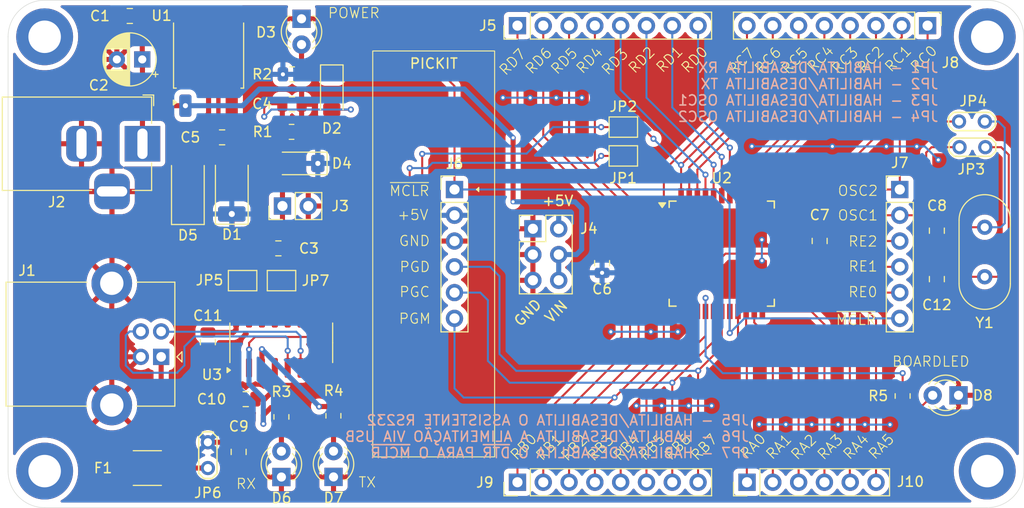
<source format=kicad_pcb>
(kicad_pcb (version 20240108) (generator "pcbnew") (generator_version "8.0")
  (layers (0 "F.Cu" signal) (31 "B.Cu" signal) (34 "B.Paste" user) (35 "F.Paste" user) (36 "B.SilkS" user "B.Silkscreen") (37 "F.SilkS" user "F.Silkscreen") (38 "B.Mask" user) (39 "F.Mask" user) (44 "Edge.Cuts" user))
  (net 0 "")
  (net 1 "VDD")
  (net 2 "GND")
  (net 3 "+5V")
  (net 4 "Net-(D1-A)")
  (net 5 "RESET")
  (net 6 "Net-(JP2-B)")
  (net 7 "Net-(JP3-A)")
  (net 8 "Net-(D4-A)")
  (net 9 "Net-(U2-V3)")
  (net 10 "Net-(D2-A)")
  (net 11 "~{MCLR}")
  (net 12 "Net-(D5-A)")
  (net 13 "Net-(D6-A)")
  (net 14 "Net-(D7-A)")
  (net 15 "Net-(D8-A)")
  (net 16 "Net-(JP1-A)")
  (net 17 "VBUS")
  (net 18 "Net-(J2-D+)")
  (net 19 "Net-(J2-D-)")
  (net 20 "RB3")
  (net 21 "RB7")
  (net 22 "RB6")
  (net 23 "RA5")
  (net 24 "RA1")
  (net 25 "RA4")
  (net 26 "RA0")
  (net 27 "RA2")
  (net 28 "RA3")
  (net 29 "RE0")
  (net 30 "RE2")
  (net 31 "OSC1")
  (net 32 "OSC2")
  (net 33 "RE1")
  (net 34 "RD2")
  (net 35 "RD4")
  (net 36 "RD7")
  (net 37 "RD6")
  (net 38 "RD3")
  (net 39 "RD0")
  (net 40 "RD5")
  (net 41 "RD1")
  (net 42 "RB2")
  (net 43 "RB5")
  (net 44 "RB1")
  (net 45 "RB4")
  (net 46 "RB0")
  (net 47 "RC4")
  (net 48 "RC1")
  (net 49 "RC6")
  (net 50 "RC3")
  (net 51 "RC0")
  (net 52 "RC5")
  (net 53 "RC7")
  (net 54 "RC2")
  (net 55 "Net-(JP4-A)")
  (net 56 "Net-(JP5-A)")
  (net 57 "Net-(JP6-A)")
  (net 58 "Net-(JP7-A)")
  (footprint "Resistor_SMD:R_0805_2012Metric" (layer "F.Cu") (at 128.96 103.18 -90)
    (property "Reference" "R3")
    (property "Value" "2K2" (hide yes))
  )
  (footprint "LED_THT:LED_D3.0mm" (layer "F.Cu") (at 128.96 109.105 90)
    (property "Reference" "D6")
    (property "Value" "LED" (hide yes))
  )
  (footprint "Resistor_SMD:R_0805_2012Metric" (layer "F.Cu") (at 129.96 75.09)
    (property "Reference" "R1")
    (property "Value" "1K" (hide yes))
  )
  (footprint "Connector_PinHeader_2.54mm:PinHeader_1x08_P2.54mm_Vertical" (layer "F.Cu") (at 152.2 109.62 90)
    (property "Reference" "J9")
    (property "Value" "Conn_01x08_Pin" (hide yes))
  )
  (footprint "Connector_PinHeader_2.54mm:PinHeader_2x03_P2.54mm_Vertical" (layer "F.Cu") (at 153.72 84.64)
    (property "Reference" "J4")
    (property "Value" "Conn_02x03_Odd_Even" (hide yes))
  )
  (footprint "Package_SO:SOIC-16_3.9x9.9mm_P1.27mm" (layer "F.Cu") (at 128.945 95.875 90)
    (property "Reference" "U3")
    (property "Value" "CH340C" (hide yes))
  )
  (footprint "Capacitor_SMD:C_0805_2012Metric" (layer "F.Cu") (at 128.66 86.57 180)
    (property "Reference" "C3")
    (property "Value" "100nF" (hide yes))
  )
  (footprint "Capacitor_SMD:C_0805_2012Metric" (layer "F.Cu") (at 125.45 101.43)
    (property "Reference" "C10")
    (property "Value" "100nF" (hide yes))
  )
  (footprint "Connector_PinHeader_2.54mm:PinHeader_1x08_P2.54mm_Vertical" (layer "F.Cu") (at 192.575 64.62 -90)
    (property "Reference" "J8")
    (property "Value" "Conn_01x08_Pin" (hide yes))
  )
  (footprint "Capacitor_SMD:C_0805_2012Metric" (layer "F.Cu") (at 130 72.37)
    (property "Reference" "C4")
    (property "Value" "100nF" (hide yes))
  )
  (footprint "Jumper:SolderJumper-2_P1.3mm_Open_Pad1.0x1.5mm" (layer "F.Cu") (at 125.14 89.75 180)
    (property "Reference" "JP5")
    (property "Value" "SolderJumper_2_Open" (hide yes))
  )
  (footprint "Connector_PinHeader_2.54mm:PinHeader_1x06_P2.54mm_Vertical" (layer "F.Cu") (at 189.84 80.77)
    (property "Reference" "J7")
    (property "Value" "Conn_01x06_Pin" (hide yes))
  )
  (footprint "LED_THT:LED_D3.0mm" (layer "F.Cu") (at 195.62 101.05 180)
    (property "Reference" "D8")
    (property "Value" "LED" (hide yes))
  )
  (footprint "Diode_SMD:D_MiniMELF" (layer "F.Cu") (at 130.7975 78.2 180)
    (property "Reference" "D4")
    (property "Value" "LL4148" (hide yes))
  )
  (footprint "Jumper:SolderJumper-2_P1.3mm_Open_Pad1.0x1.5mm" (layer "F.Cu") (at 162.62 74.62)
    (property "Reference" "JP2")
    (property "Value" "SolderJumper_2_Open" (hide yes))
  )
  (footprint "Capacitor_SMD:C_0805_2012Metric" (layer "F.Cu") (at 193.49 89.6 90)
    (property "Reference" "C12")
    (property "Value" "22pF" (hide yes))
  )
  (footprint "Connector_PinHeader_2.54mm:PinHeader_1x06_P2.54mm_Vertical" (layer "F.Cu") (at 146 80.77)
    (property "Reference" "J6")
    (property "Value" "Conn_01x06_Pin" (hide yes))
  )
  (footprint "Diode_SMD:D_MELF" (layer "F.Cu") (at 119.75 80.8075 90)
    (property "Reference" "D5")
    (property "Value" "SM4007" (hide yes))
  )
  (footprint "Connector_USB:USB_B_Lumberg_2411_02_Horizontal" (layer "F.Cu") (at 117.12 97.26 180)
    (property "Reference" "J1")
    (property "Value" "USB_B" (hide yes))
  )
  (footprint "TestPoint:TestPoint_2Pads_Pitch2.54mm_Drill0.8mm" (layer "F.Cu") (at 195.72 76.6)
    (property "Reference" "JP3")
    (property "Value" "Jumper_2_Open" (hide yes))
  )
  (footprint "Capacitor_SMD:C_0805_2012Metric" (layer "F.Cu") (at 114.034887 63.67 180)
    (property "Reference" "C1")
    (property "Value" "100nF" (hide yes))
  )
  (footprint "Resistor_SMD:R_0805_2012Metric" (layer "F.Cu") (at 130.02 69.42 180)
    (property "Reference" "R2")
    (property "Value" "2K2" (hide yes))
  )
  (footprint "Capacitor_SMD:C_0805_2012Metric" (layer "F.Cu") (at 160.53 88.03 90)
    (property "Reference" "C6")
    (property "Value" "100nF" (hide yes))
  )
  (footprint "Capacitor_SMD:C_0805_2012Metric" (layer "F.Cu") (at 193.49 84.83 -90)
    (property "Reference" "C8")
    (property "Value" "22pF" (hide yes))
  )
  (footprint "TestPoint:TestPoint_2Pads_Pitch2.54mm_Drill0.8mm" (layer "F.Cu") (at 121.72 108.22 90)
    (property "Reference" "JP6")
    (property "Value" "Jumper_2_Open" (hide yes))
  )
  (footprint "Connector_BarrelJack:BarrelJack_Horizontal" (layer "F.Cu") (at 115.28 76.26)
    (property "Reference" "J2")
    (property "Value" "Barrel_Jack_Switch" (hide yes))
  )
  (footprint "Diode_SMD:D_MiniMELF" (layer "F.Cu") (at 133.92 71.1525 -90)
    (property "Reference" "D2")
    (property "Value" "LL4148" (hide yes))
  )
  (footprint "TestPoint:TestPoint_2Pads_Pitch2.54mm_Drill0.8mm" (layer "F.Cu") (at 198.21 74.07 180)
    (property "Reference" "JP4")
    (property "Value" "Jumper_2_Open" (hide yes))
  )
  (footprint "MountingHole:MountingHole_3.2mm_M3_DIN965_Pad" (layer "F.Cu") (at 198.449999 65.720001)
    (property "Reference" "REF**" (hide yes))
    (property "Value" "MountingHole_3.2mm_M3_DIN965_Pad" (hide yes))
  )
  (footprint "LED_THT:LED_D3.0mm" (layer "F.Cu") (at 134.09 109.095 90)
    (property "Reference" "D7")
    (property "Value" "LED" (hide yes))
  )
  (footprint "MountingHole:MountingHole_3.2mm_M3_DIN965_Pad" (layer "F.Cu") (at 105.650001 108.519999)
    (property "Reference" "REF**" (hide yes))
    (property "Value" "MountingHole_3.2mm_M3_DIN965_Pad" (hide yes))
  )
  (footprint "Capacitor_SMD:C_0805_2012Metric" (layer "F.Cu") (at 124.75 106.63 -90)
    (property "Reference" "C9")
    (property "Value" "100nF" (hide yes))
  )
  (footprint "Connector_PinHeader_2.54mm:PinHeader_1x08_P2.54mm_Vertical" (layer "F.Cu") (at 152.2 64.62 90)
    (property "Reference" "J5")
    (property "Value" "Conn_01x08_Pin" (hide yes))
  )
  (footprint "LED_THT:LED_D3.0mm" (layer "F.Cu") (at 130.94 63.945 -90)
    (property "Reference" "D3")
    (property "Value" "LED" (hide yes))
  )
  (footprint "Resistor_SMD:R_0805_2012Metric" (layer "F.Cu") (at 190.12 101.12 -90)
    (property "Reference" "R5")
    (property "Value" "2K2" (hide yes))
  )
  (footprint "Connector_PinHeader_2.54mm:PinHeader_1x06_P2.54mm_Vertical" (layer "F.Cu") (at 174.8 109.62 90)
    (property "Reference" "J10")
    (property "Value" "Conn_01x06_Pin" (hide yes))
  )
  (footprint "Diode_SMD:D_MELF" (layer "F.Cu") (at 124.075 80.7825 90)
    (property "Reference" "D1")
    (property "Value" "SM4007" (hide yes))
  )
  (footprint "Capacitor_SMD:C_0805_2012Metric" (layer "F.Cu") (at 121.72 95.81 -90)
    (property "Reference" "C11")
    (property "Value" "100nF" (hide yes))
  )
  (footprint "Resistor_SMD:R_0805_2012Metric" (layer "F.Cu") (at 134.08 103.07 -90)
    (property "Reference" "R4")
    (property "Value" "2K2" (hide yes))
  )
  (footprint "Connector_PinHeader_2.54mm:PinHeader_1x02_P2.54mm_Vertical" (layer "F.Cu") (at 129.065 82.4 90)
    (property "Reference" "J3")
    (property "Value" "Conn_01x02_Pin" (hide yes))
  )
  (footprint "MountingHole:MountingHole_3.2mm_M3_DIN965_Pad" (layer "F.Cu") (at 198.45 108.52)
    (property "Reference" "REF**" (hide yes))
    (property "Value" "MountingHole_3.2mm_M3_DIN965_Pad" (hide yes))
  )
  (footprint "Capacitor_SMD:C_0805_2012Metric" (layer "F.Cu") (at 181.95 85.84 90)
    (property "Reference" "C7")
    (property "Value" "100nF" (hide yes))
  )
  (footprint "Crystal:Crystal_HC49-U_Vertical" (layer "F.Cu") (at 198.2 89.37 90)
    (property "Reference" "Y1")
    (property "Value" "20MHz" (hide yes))
  )
  (footprint "Fuse:Fuse_1812_4532Metric" (layer "F.Cu") (at 115.76 108.22 180)
    (property "Reference" "F1")
    (property "Value" "MINISMDC110F-2" (hide yes))
  )
  (footprint "Jumper:SolderJumper-2_P1.3mm_Open_Pad1.0x1.5mm" (layer "F.Cu") (at 162.62 77.46)
    (property "Reference" "JP1")
    (property "Value" "SolderJumper_2_Open" (hide yes))
  )
  (footprint "Package_TO_SOT_SMD:TO-252-2" (layer "F.Cu") (at 121.79 67.47 90)
    (property "Reference" "U1")
    (property "Value" "LM78M05_TO252" (hide yes))
  )
  (footprint "Capacitor_THT:CP_Radial_D5.0mm_P2.50mm" (layer "F.Cu") (at 115.26 67.95 180)
    (property "Reference" "C2")
    (property "Value" "100uF" (hide yes))
  )
  (footprint "Package_QFP:TQFP-44_10x10mm_P0.8mm" (layer "F.Cu") (at 172.31 87.09)
    (property "Reference" "U2")
    (property "Value" "PIC16F877A-IPT" (hide yes))
  )
  (footprint "Jumper:SolderJumper-2_P1.3mm_Open_Pad1.0x1.5mm" (layer "F.Cu") (at 128.97 89.75)
    (property "Reference" "JP7")
    (property "Value" "SolderJumper_2_Open" (hide yes))
  )
  (footprint "Capacitor_SMD:C_0805_2012Metric" (layer "F.Cu") (at 123.12 75.63 180)
    (property "Reference" "C5")
    (property "Value" "100nF" (hide yes))
  )
  (footprint "MountingHole:MountingHole_3.2mm_M3_DIN965_Pad" (layer "F.Cu") (at 105.65 65.72)
    (property "Reference" "REF**" (hide yes))
    (property "Value" "MountingHole_3.2mm_M3_DIN965_Pad" (hide yes))
  )
  (gr_line (start 148.17 80.77) (end 148.39 80.77) (stroke (width 0.1)) (layer "F.SilkS"))
  (gr_line (start 148.39 80.77) (end 148.39 80.57) (stroke (width 0.1)) (layer "F.SilkS"))
  (gr_line (start 148.39 80.97) (end 148.17 80.77) (stroke (width 0.1)) (layer "F.SilkS"))
  (gr_line (start 148.39 80.57) (end 148.17 80.77) (stroke (width 0.1)) (layer "F.SilkS"))
  (gr_line (start 148.39 80.97) (end 148.39 80.77) (stroke (width 0.1)) (layer "F.SilkS"))
  (gr_line (start 148.17 80.77) (end 148.35 80.7) (stroke (width 0.1)) (layer "F.SilkS"))
  (gr_line (start 148.17 80.77) (end 148.35 80.85) (stroke (width 0.1)) (layer "F.SilkS"))
  (gr_rect (start 137.95 67.12) (end 149.95 107.12) (stroke (width 0.1)) (fill none) (layer "F.SilkS"))
  (gr_arc (start 105.65 112.12) (mid 103.104416 111.065584) (end 102.05 108.52) (stroke (width 0.05)) (layer "Edge.Cuts"))
  (gr_line (start 105.65 112.12) (end 198.45 112.12) (stroke (width 0.05)) (layer "Edge.Cuts"))
  (gr_arc (start 102.05 65.72) (mid 103.104416 63.174416) (end 105.65 62.12) (stroke (width 0.05)) (layer "Edge.Cuts"))
  (gr_arc (start 202.05 108.52) (mid 200.995584 111.065584) (end 198.45 112.12) (stroke (width 0.05)) (layer "Edge.Cuts"))
  (gr_line (start 102.05 108.52) (end 102.05 65.72) (stroke (width 0.05)) (layer "Edge.Cuts"))
  (gr_line (start 105.65 62.12) (end 198.45 62.12) (stroke (width 0.05)) (layer "Edge.Cuts"))
  (gr_arc (start 198.45 62.12) (mid 200.995584 63.174416) (end 202.05 65.72) (stroke (width 0.05)) (layer "Edge.Cuts"))
  (gr_line (start 202.05 65.72) (end 202.05 108.52) (stroke (width 0.05)) (layer "Edge.Cuts"))
  (gr_text "JP1 - HABILITA/DESABILITA RX\nJP2 - HABILITA/DESABILITA TX\nJP3 - HABILITA/DESABILITA OSC1\nJP4 - HABILITA/DESABILITA OSC2\n" (at 193.72 74.18 0) (layer "B.SilkS") (effects (font (size 1 1)) (justify left bottom mirror)))
  (gr_text "JP5 - HABILITA/DESABILITA O ASSISTENTE RS232\nJP6 - HABILITA/DESABILITA A ALIMENTAÇÃO VIA USB\nJP7 - HABILITA/DESABILITA O ~{DTR} PARA O ~{MCLR}" (at 175.08 107.32 0) (layer "B.SilkS") (effects (font (size 1 1)) (justify left bottom mirror)))
  (gr_text "POWER" (at 133.48 63.96 0) (layer "F.SilkS") (effects (font (size 1 1) (thickness 0.1)) (justify left bottom)))
  (gr_text "RD2" (at 163.75 69.51 45) (layer "F.SilkS") (effects (font (size 1 1) (thickness 0.1)) (justify left bottom)))
  (gr_text "GND" (at 152.48 94.48 45) (layer "F.SilkS") (effects (font (size 1 1)) (justify left bottom)))
  (gr_text "RB6" (at 167.32 107.63 45) (layer "F.SilkS") (effects (font (size 1 1) (thickness 0.1)) (justify left bottom)))
  (gr_text "RA0" (at 174.77 107.51 45) (layer "F.SilkS") (effects (font (size 1 1) (thickness 0.1)) (justify left bottom)))
  (gr_text "+5V" (at 140.32 83.86 0) (layer "F.SilkS") (effects (font (size 1 1) (thickness 0.1)) (justify left bottom)))
  (gr_text "PGM" (at 140.46 94.08 0) (layer "F.SilkS") (effects (font (size 1 1) (thickness 0.1)) (justify left bottom)))
  (gr_text "~{MCLR}" (at 139.52 81.49 0) (layer "F.SilkS") (effects (font (size 1 1) (thickness 0.1)) (justify left bottom)))
  (gr_text "+5V" (at 154.55 82.47 0) (layer "F.SilkS") (effects (font (size 1 1)) (justify left bottom)))
  (gr_text "RB7" (at 169.91 107.67 45) (layer "F.SilkS") (effects (font (size 1 1) (thickness 0.1)) (justify left bottom)))
  (gr_text "RB5" (at 164.76 107.67 45) (layer "F.SilkS") (effects (font (size 1 1) (thickness 0.1)) (justify left bottom)))
  (gr_text "RA4" (at 184.9 107.56 45) (layer "F.SilkS") (effects (font (size 1 1) (thickness 0.1)) (justify left bottom)))
  (gr_text "RB3" (at 159.72 107.72 45) (layer "F.SilkS") (effects (font (size 1 1) (thickness 0.1)) (justify left bottom)))
  (gr_text "RE0" (at 184.71 91.46 0) (layer "F.SilkS") (effects (font (size 1 1) (thickness 0.1)) (justify left bottom)))
  (gr_text "RD7" (at 151.04 69.71 45) (layer "F.SilkS") (effects (font (size 1 1) (thickness 0.1)) (justify left bottom)))
  (gr_text "RD0" (at 168.96 69.48 45) (layer "F.SilkS") (effects (font (size 1 1) (thickness 0.1)) (justify left bottom)))
  (gr_text "PGD" (at 140.53 88.98 0) (layer "F.SilkS") (effects (font (size 1 1) (thickness 0.1)) (justify left bottom)))
  (gr_text "RC5" (at 178.82 69.57 45) (layer "F.SilkS") (effects (font (size 1 1) (thickness 0.1)) (justify left bottom)))
  (gr_text "RE1" (at 184.73 88.93 0) (layer "F.SilkS") (effects (font (size 1 1) (thickness 0.1)) (justify left bottom)))
  (gr_text "RC0" (at 191.54 69.38 45) (layer "F.SilkS") (effects (font (size 1 1) (thickness 0.1)) (justify left bottom)))
  (gr_text "RD4" (at 158.62 69.54 45) (layer "F.SilkS") (effects (font (size 1 1) (thickness 0.1)) (justify left bottom)))
  (gr_text "RD3" (at 161.12 69.68 45) (layer "F.SilkS") (effects (font (size 1 1) (thickness 0.1)) (justify left bottom)))
  (gr_text "RB4" (at 162.26 107.68 45) (layer "F.SilkS") (effects (font (size 1 1) (thickness 0.1)) (justify left bottom)))
  (gr_text "RA1" (at 177.3 107.56 45) (layer "F.SilkS") (effects (font (size 1 1) (thickness 0.1)) (justify left bottom)))
  (gr_text "TX" (at 136.49 110.21 0) (layer "F.SilkS") (effects (font (size 1 1) (thickness 0.1)) (justify left bottom)))
  (gr_text "RB2" (at 157.12 107.72 45) (layer "F.SilkS") (effects (font (size 1 1) (thickness 0.1)) (justify left bottom)))
  (gr_text "RB0" (at 152.13 107.63 45) (layer "F.SilkS") (effects (font (size 1 1) (thickness 0.1)) (justify left bottom)))
  (gr_text "RC2" (at 186.29 69.46 45) (layer "F.SilkS") (effects (font (size 1 1) (thickness 0.1)) (justify left bottom)))
  (gr_text "OSC2" (at 183.67 81.48 0) (layer "F.SilkS") (effects (font (size 1 1) (thickness 0.1)) (justify left bottom)))
  (gr_text "RC4" (at 181.35 69.39 45) (layer "F.SilkS") (effects (font (size 1 1) (thickness 0.1)) (justify left bottom)))
  (gr_text "OSC1" (at 183.67 83.9 0) (layer "F.SilkS") (effects (font (size 1 1) (thickness 0.1)) (justify left bottom)))
  (gr_text "RC3" (at 183.77 69.55 45) (layer "F.SilkS") (effects (font (size 1 1) (thickness 0.1)) (justify left bottom)))
  (gr_text "RD1" (at 166.49 69.44 45) (layer "F.SilkS") (effects (font (size 1 1) (thickness 0.1)) (justify left bottom)))
  (gr_text "RA2" (at 179.76 107.6 45) (layer "F.SilkS") (effects (font (size 1 1) (thickness 0.1)) (justify left bottom)))
  (gr_text "RD5" (at 156.12 69.61 45) (layer "F.SilkS") (effects (font (size 1 1) (thickness 0.1)) (justify left bottom)))
  (gr_text "RB1" (at 154.66 107.68 45) (layer "F.SilkS") (effects (font (size 1 1) (thickness 0.1)) (justify left bottom)))
  (gr_text "RC6" (at 176.19 69.53 45) (layer "F.SilkS") (effects (font (size 1 1) (thickness 0.1)) (justify left bottom)))
  (gr_text "RC1" (at 189 69.38 45) (layer "F.SilkS") (effects (font (size 1 1) (thickness 0.1)) (justify left bottom)))
  (gr_text "RC7" (at 173.57 69.62 45) (layer "F.SilkS") (effects (font (size 1 1) (thickness 0.1)) (justify left bottom)))
  (gr_text "VIN" (at 155.52 94.13 45) (layer "F.SilkS") (effects (font (size 1 1)) (justify left bottom)))
  (gr_text "PGC" (at 140.51 91.45 0) (layer "F.SilkS") (effects (font (size 1 1) (thickness 0.1)) (justify left bottom)))
  (gr_text "~{MCLR}" (at 183.49 94.2 0) (layer "F.SilkS") (effects (font (size 1 1) (thickness 0.1)) (justify left bottom)))
  (gr_text "RA3" (at 182.36 107.6 45) (layer "F.SilkS") (effects (font (size 1 1) (thickness 0.1)) (justify left bottom)))
  (gr_text "RX" (at 124.44 110.36 0) (layer "F.SilkS") (effects (font (size 1 1) (thickness 0.1)) (justify left bottom)))
  (gr_text "BOARDLED" (at 189.025 98.31 0) (layer "F.SilkS") (effects (font (size 1 1) (thickness 0.1)) (justify left bottom)))
  (gr_text "RA5" (at 187.4 107.55 45) (layer "F.SilkS") (effects (font (size 1 1) (thickness 0.1)) (justify left bottom)))
  (gr_text "RE2" (at 184.71 86.47 0) (layer "F.SilkS") (effects (font (size 1 1) (thickness 0.1)) (justify left bottom)))
  (gr_text "GND" (at 140.47 86.42 0) (layer "F.SilkS") (effects (font (size 1 1) (thickness 0.1)) (justify left bottom)))
  (gr_text "PICKIT" (at 141.51 68.94 0) (layer "F.SilkS") (effects (font (size 1 1)) (justify left bottom)))
  (gr_text "RD6" (at 153.61 69.58 45) (layer "F.SilkS") (effects (font (size 1 1) (thickness 0.1)) (justify left bottom)))
  (segment (start 115.28 71.91) (end 115.29 71.91) (width 0.5) (layer "F.Cu") (net 1))
  (segment (start 115.29 71.91) (end 115.89 72.51) (width 0.5) (layer "F.Cu") (net 1))
  (segment (start 115.26 65.52) (end 115.26 67.95) (width 0.5) (layer "F.Cu") (net 1))
  (segment (start 115.28 73.12) (end 115.28 73.13) (width 0.5) (layer "F.Cu") (net 1))
  (segment (start 115.89 72.51) (end 115.28 73.12) (width 0.5) (layer "F.Cu") (net 1))
  (segment (start 114.984887 65.244887) (end 115.26 65.52) (width 0.5) (layer "F.Cu") (net 1))
  (segment (start 115.89 72.51) (end 115.28 72.51) (width 0.5) (layer "F.Cu") (net 1))
  (segment (start 114.984887 63.67) (end 114.984887 65.244887) (width 0.5) (layer "F.Cu") (net 1))
  (segment (start 151.77 75.67) (end 151.77 81.98) (width 0.5) (layer "F.Cu") (net 1))
  (segment (start 119.51 72.51) (end 115.89 72.51) (width 0.5) (layer "F.Cu") (net 1))
  (segment (start 115.28 76.26) (end 115.28 73.13) (width 0.5) (layer "F.Cu") (net 1))
  (segment (start 115.28 71.91) (end 115.28 67.97) (width 0.5) (layer "F.Cu") (net 1))
  (segment (start 115.28 67.97) (end 115.26 67.95) (width 0.5) (layer "F.Cu") (net 1))
  (segment (start 115.28 73.13) (end 115.28 72.51) (width 0.5) (layer "F.Cu") (net 1))
  (segment (start 115.28 72.51) (end 115.28 71.91) (width 0.5) (layer "F.Cu") (net 1))
  (via (at 151.77 81.98) (size 0.5) (drill 0.3) (layers "F.Cu" "B.Cu") (net 1))
  (via (at 151.77 75.67) (size 0.5) (drill 0.3) (layers "F.Cu" "B.Cu") (net 1))
  (segment (start 125.15 72.51) (end 119.51 72.51) (width 0.5) (layer "B.Cu") (net 1))
  (segment (start 158.52 86.67) (end 158.01 87.18) (width 0.5) (layer "B.Cu") (net 1))
  (segment (start 156.26 89.72) (end 156.26 87.18) (width 0.5) (layer "B.Cu") (net 1))
  (segment (start 157.86 81.98) (end 158.52 82.64) (width 0.5) (layer "B.Cu") (net 1))
  (segment (start 158.01 87.18) (end 156.26 87.18) (width 0.5) (layer "B.Cu") (net 1))
  (segment (start 151.77 75.67) (end 146.97 70.87) (width 0.5) (layer "B.Cu") (net 1))
  (segment (start 151.77 81.98) (end 157.86 81.98) (width 0.5) (layer "B.Cu") (net 1))
  (segment (start 158.52 82.64) (end 158.52 86.67) (width 0.5) (layer "B.Cu") (net 1))
  (segment (start 126.79 70.87) (end 125.15 72.51) (width 0.5) (layer "B.Cu") (net 1))
  (segment (start 146.97 70.87) (end 126.79 70.87) (width 0.5) (layer "B.Cu") (net 1))
  (segment (start 124.5 97.01) (end 124.5 98.35) (width 0.5) (layer "F.Cu") (net 2))
  (segment (start 180.84 84.89) (end 181.95 84.89) (width 0.2) (layer "F.Cu") (net 2))
  (segment (start 134.09 109.095) (end 128.97 109.095) (width 0.5) (layer "F.Cu") (net 2))
  (segment (start 110.5 67.95) (end 112.76 67.95) (width 0.5) (layer "F.Cu") (net 2))
  (segment (start 112.29 80.97) (end 112.28 80.96) (width 0.5) (layer "F.Cu") (net 2))
  (segment (start 128.97 109.095) (end 128.96 109.105) (width 0.5) (layer "F.Cu") (net 2))
  (segment (start 121.72 96.76) (end 124.25 96.76) (width 0.5) (layer "F.Cu") (net 2))
  (segment (start 109.28 76.26) (end 109.28 80.35) (width 0.5) (layer "F.Cu") (net 2))
  (segment (start 109.28 76.26) (end 109.28 69.17) (width 0.5) (layer "F.Cu") (net 2))
  (segment (start 113.09 65.47) (end 113.084887 65.464887) (width 0.5) (layer "F.Cu") (net 2))
  (segment (start 171.58 87.09) (end 172.38 86.29) (width 0.2) (layer "F.Cu") (net 2))
  (segment (start 166.61 87.09) (end 160.54 87.09) (width 0.2) (layer "F.Cu") (net 2))
  (segment (start 112.76 65.8) (end 113.09 65.47) (width 0.5) (layer "F.Cu") (net 2))
  (segment (start 125.455 109.105) (end 128.96 109.105) (width 0.5) (layer "F.Cu") (net 2))
  (segment (start 116.17 81.49) (end 115.65 80.97) (width 0.5) (layer "F.Cu") (net 2))
  (segment (start 112.27 80.97) (end 112.28 80.96) (width 0.5) (layer "F.Cu") (net 2))
  (segment (start 125.45 109.11) (end 125.455 109.105) (width 0.5) (layer "F.Cu") (net 2))
  (segment (start 113.084887 65.464887) (end 113.084887 63.67) (width 0.5) (layer "F.Cu") (net 2))
  (segment (start 124.5 98.35) (end 124.5 101.43) (width 0.5) (layer "F.Cu") (net 2))
  (segment (start 115.12 97.26) (end 112.27 97.26) (width 0.5) (layer "F.Cu") (net 2))
  (segment (start 112.26 102.01) (end 112.26 97.25) (width 0.5) (layer "F.Cu") (net 2))
  (segment (start 109.28 69.17) (end 110.5 67.95) (width 0.5) (layer "F.Cu") (net 2))
  (segment (start 172.38 86.29) (end 178.01 86.29) (width 0.2) (layer "F.Cu") (net 2))
  (segment (start 109.9 80.97) (end 112.27 80.97) (width 0.5) (layer "F.Cu") (net 2))
  (segment (start 112.76 67.95) (end 112.76 65.8) (width 0.5) (layer "F.Cu") (net 2))
  (segment (start 115.65 80.97) (end 112.29 80.97) (width 0.5) (layer "F.Cu") (net 2))
  (segment (start 124.75 108.41) (end 125.45 109.11) (width 0.5) (layer "F.Cu") (net 2))
  (segment (start 109.28 80.35) (end 109.9 80.97) (width 0.5) (layer "F.Cu") (net 2))
  (segment (start 160.54 87.09) (end 160.53 87.08) (width 0.2) (layer "F.Cu") (net 2))
  (segment (start 124.75 107.58) (end 124.75 108.41) (width 0.5) (layer "F.Cu") (net 2))
  (segment (start 112.28 89.99) (end 112.26 90.01) (width 0.5) (layer "F.Cu") (net 2))
  (segment (start 112.28 80.96) (end 112.28 89.99) (width 0.5) (layer "F.Cu") (net 2))
  (segment (start 116.17 82.42) (end 116.17 81.49) (width 0.5) (layer "F.Cu") (net 2))
  (segment (start 112.26 97.25) (end 112.26 90.01) (width 0.5) (layer "F.Cu") (net 2))
  (segment (start 178.01 86.29) (end 179.44 86.29) (width 0.2) (layer "F.Cu") (net 2))
  (segment (start 112.27 97.26) (end 112.26 97.25) (width 0.5) (layer "F.Cu") (net 2))
  (segment (start 124.25 96.76) (end 124.5 97.01) (width 0.5) (layer "F.Cu") (net 2))
  (segment (start 166.61 87.09) (end 171.58 87.09) (width 0.2) (layer "F.Cu") (net 2))
  (segment (start 116.9575 83.2075) (end 116.17 82.42) (width 0.5) (layer "F.Cu") (net 2))
  (segment (start 179.44 86.29) (end 180.84 84.89) (width 0.2) (layer "F.Cu") (net 2))
  (segment (start 119.75 83.2075) (end 116.9575 83.2075) (width 0.5) (layer "F.Cu") (net 2))
  (via (at 150.77 71.72) (size 0.6) (drill 0.3) (layers "F.Cu" "B.Cu") (net 2))
  (via (at 193.63 77.85) (size 0.6) (drill 0.3) (layers "F.Cu" "B.Cu") (net 2))
  (via (at 178.62 103.92) (size 0.6) (drill 0.3) (layers "F.Cu" "B.Cu") (net 2))
  (via (at 171.315 102.08) (size 0.6) (drill 0.3) (layers "F.Cu" "B.Cu") (net 2))
  (via (at 161.39 94.79) (size 0.6) (drill 0.3) (layers "F.Cu" "B.Cu") (net 2))
  (via (at 153.45 71.73) (size 0.6) (drill 0.3) (layers "F.Cu" "B.Cu") (net 2))
  (via (at 181.17 103.93) (size 0.6) (drill 0.3) (layers "F.Cu" "B.Cu") (net 2))
  (via (at 175.99 103.91) (size 0.6) (drill 0.3) (layers "F.Cu" "B.Cu") (net 2))
  (via (at 188.88 103.94) (size 0.6) (drill 0.3) (layers "F.Cu" "B.Cu") (net 2))
  (via (at 176.27 87.78) (size 0.6) (drill 0.3) (layers "F.Cu" "B.Cu") (net 2))
  (via (at 183.2 76.52) (size 0.6) (drill 0.3) (layers "F.Cu" "B.Cu") (net 2))
  (via (at 175.28 76.51) (size 0.6) (drill 0.3) (layers "F.Cu" "B.Cu") (net 2))
  (via (at 191.51 76.53) (size 0.6) (drill 0.3) (layers "F.Cu" "B.Cu") (net 2))
  (via (at 156.02 71.73) (size 0.6) (drill 0.3) (layers "F.Cu" "B.Cu") (net 2))
  (via (at 158.54 71.73) (size 0.6) (drill 0.3) (layers "F.Cu" "B.Cu") (net 2))
  (via (at 188.52 76.53) (size 0.6) (drill 0.3) (layers "F.Cu" "B.Cu") (net 2))
  (via (at 183.77 103.93) (size 0.6) (drill 0.3) (layers "F.Cu" "B.Cu") (net 2))
  (via (at 186.4 103.93) (size 0.6) (drill 0.3) (layers "F.Cu" "B.Cu") (net 2))
  (via (at 163.905 102.08) (size 0.6) (drill 0.3) (layers "F.Cu" "B.Cu") (net 2))
  (via (at 169.055 102.08) (size 0.6) (drill 0.3) (layers "F.Cu" "B.Cu") (net 2))
  (via (at 165.33 94.79) (size 0.6) (drill 0.3) (layers "F.Cu" "B.Cu") (net 2))
  (via (at 167.98 94.79) (size 0.6) (drill 0.3) (layers "F.Cu" "B.Cu") (net 2))
  (via (at 166.395 102.08) (size 0.6) (drill 0.3) (layers "F.Cu" "B.Cu") (net 2))
  (via (at 176.26 85.72) (size 0.6) (drill 0.3) (layers "F.Cu" "B.Cu") (net 2))
  (segment (start 193.63 77.85) (end 192.31 76.53) (width 0.2) (layer "B.Cu") (net 2))
  (segment (start 181.17 103.93) (end 178.63 103.93) (width 0.2) (layer "B.Cu") (net 2))
  (segment (start 178.63 103.93) (end 178.62 103.92) (width 0.2) (layer "B.Cu") (net 2))
  (segment (start 150.77 71.72) (end 153.44 71.72) (width 0.2) (layer "B.Cu") (net 2))
  (segment (start 171.315 102.08) (end 169.055 102.08) (width 0.2) (layer "B.Cu") (net 2))
  (segment (start 176 103.92) (end 175.99 103.91) (width 0.2) (layer "B.Cu") (net 2))
  (segment (start 161.39 94.79) (end 165.33 94.79) (width 0.2) (layer "B.Cu") (net 2))
  (segment (start 188.52 76.53) (end 183.21 76.53) (width 0.2) (layer "B.Cu") (net 2))
  (segment (start 178.62 103.92) (end 176 103.92) (width 0.2) (layer "B.Cu") (net 2))
  (segment (start 175.29 76.52) (end 175.28 76.51) (width 0.2) (layer "B.Cu") (net 2))
  (segment (start 153.45 71.73) (end 156.02 71.73) (width 0.2) (layer "B.Cu") (net 2))
  (segment (start 186.41 103.94) (end 186.4 103.93) (width 0.2) (layer "B.Cu") (net 2))
  (segment (start 176.26 85.72) (end 176.26 87.77) (width 0.2) (layer "B.Cu") (net 2))
  (segment (start 191.51 76.53) (end 188.52 76.53) (width 0.2) (layer "B.Cu") (net 2))
  (segment (start 169.055 102.08) (end 166.395 102.08) (width 0.2) (layer "B.Cu") (net 2))
  (segment (start 165.33 94.79) (end 167.98 94.79) (width 0.2) (layer "B.Cu") (net 2))
  (segment (start 183.2 76.52) (end 175.29 76.52) (width 0.2) (layer "B.Cu") (net 2))
  (segment (start 166.395 102.08) (end 163.905 102.08) (width 0.2) (layer "B.Cu") (net 2))
  (segment (start 186.4 103.93) (end 183.77 103.93) (width 0.2) (layer "B.Cu") (net 2))
  (segment (start 183.21 76.53) (end 183.2 76.52) (width 0.2) (layer "B.Cu") (net 2))
  (segment (start 176.26 87.77) (end 176.27 87.78) (width 0.2) (layer "B.Cu") (net 2))
  (segment (start 183.77 103.93) (end 181.17 103.93) (width 0.2) (layer "B.Cu") (net 2))
  (segment (start 153.44 71.72) (end 153.45 71.73) (width 0.2) (layer "B.Cu") (net 2))
  (segment (start 156.02 71.73) (end 158.54 71.73) (width 0.2) (layer "B.Cu") (net 2))
  (segment (start 192.31 76.53) (end 191.51 76.53) (width 0.2) (layer "B.Cu") (net 2))
  (segment (start 188.88 103.94) (end 186.41 103.94) (width 0.2) (layer "B.Cu") (net 2))
  (segment (start 132.5475 78.2) (end 132.5475 75.5275) (width 0.5) (layer "F.Cu") (net 3))
  (segment (start 160.53 88.98) (end 162.21 88.98) (width 0.2) (layer "F.Cu") (net 3))
  (segment (start 124.1 83.2075) (end 124.075 83.1825) (width 0.5) (layer "F.Cu") (net 3))
  (segment (start 132.5475 75.5275) (end 132.11 75.09) (width 0.5) (layer "F.Cu") (net 3))
  (segment (start 172.68 87.09) (end 178.01 87.09) (width 0.2) (layer "F.Cu") (net 3))
  (segment (start 171.88 87.89) (end 172.68 87.09) (width 0.2) (layer "F.Cu") (net 3))
  (segment (start 178.01 87.09) (end 179.8 87.09) (width 0.2) (layer "F.Cu") (net 3))
  (segment (start 124.22 94.86) (end 124.5 94.58) (width 0.5) (layer "F.Cu") (net 3))
  (segment (start 163.3 87.89) (end 166.61 87.89) (width 0.2) (layer "F.Cu") (net 3))
  (segment (start 124.49 86.5) (end 124.1 86.11) (width 0.5) (layer "F.Cu") (net 3))
  (segment (start 166.61 87.89) (end 171.88 87.89) (width 0.2) (layer "F.Cu") (net 3))
  (segment (start 121.72 105.68) (end 124.75 105.68) (width 0.5) (layer "F.Cu") (net 3))
  (segment (start 179.8 87.09) (end 180.1 86.79) (width 0.2) (layer "F.Cu") (net 3))
  (segment (start 124.1 86.11) (end 124.1 83.2075) (width 0.5) (layer "F.Cu") (net 3))
  (segment (start 162.21 88.98) (end 163.3 87.89) (width 0.2) (layer "F.Cu") (net 3))
  (segment (start 121.72 94.86) (end 124.22 94.86) (width 0.5) (layer "F.Cu") (net 3))
  (segment (start 124.5 89.76) (end 124.49 89.75) (width 0.5) (layer "F.Cu") (net 3))
  (segment (start 132.11 75.09) (end 130.8725 75.09) (width 0.5) (layer "F.Cu") (net 3))
  (segment (start 124.49 89.75) (end 124.49 86.5) (width 0.5) (layer "F.Cu") (net 3))
  (segment (start 180.1 86.79) (end 181.95 86.79) (width 0.2) (layer "F.Cu") (net 3))
  (segment (start 124.5 93.4) (end 124.5 89.76) (width 0.5) (layer "F.Cu") (net 3))
  (segment (start 124.5 94.58) (end 124.5 93.4) (width 0.5) (layer "F.Cu") (net 3))
  (segment (start 127.71 85.24) (end 129.065 83.885) (width 0.5) (layer "F.Cu") (net 4))
  (segment (start 129.0475 78.2) (end 129.0475 75.09) (width 0.5) (layer "F.Cu") (net 4))
  (segment (start 127.71 86.57) (end 127.71 85.24) (width 0.5) (layer "F.Cu") (net 4))
  (segment (start 129.065 78.2175) (end 129.0475 78.2) (width 0.5) (layer "F.Cu") (net 4))
  (segment (start 129.05 72.37) (end 129.05 75.0875) (width 0.5) (layer "F.Cu") (net 4))
  (segment (start 129.065 82.4) (end 129.065 78.2175) (width 0.5) (layer "F.Cu") (net 4))
  (segment (start 133.92 72.9025) (end 135.7775 72.9025) (width 0.2) (layer "F.Cu") (net 4))
  (segment (start 127.27 73.59) (end 127.27 72.7) (width 0.2) (layer "F.Cu") (net 4))
  (segment (start 129.065 83.885) (end 129.065 82.4) (width 0.5) (layer "F.Cu") (net 4))
  (segment (start 127.6 72.37) (end 129.05 72.37) (width 0.2) (layer "F.Cu") (net 4))
  (segment (start 135.7775 72.9025) (end 135.79 72.89) (width 0.2) (layer "F.Cu") (net 4))
  (segment (start 129.05 75.0875) (end 129.0475 75.09) (width 0.5) (layer "F.Cu") (net 4))
  (segment (start 127.27 72.7) (end 127.6 72.37) (width 0.2) (layer "F.Cu") (net 4))
  (via (at 135.79 72.89) (size 0.6) (drill 0.3) (layers "F.Cu" "B.Cu") (net 4))
  (via (at 127.27 73.59) (size 0.6) (drill 0.3) (layers "F.Cu" "B.Cu") (net 4))
  (segment (start 127.97 72.89) (end 127.27 73.59) (width 0.2) (layer "B.Cu") (net 4))
  (segment (start 135.79 72.89) (end 127.97 72.89) (width 0.2) (layer "B.Cu") (net 4))
  (segment (start 129.62 89.75) (end 129.62 86.58) (width 0.5) (layer "F.Cu") (net 5))
  (segment (start 129.62 86.58) (end 129.61 86.57) (width 0.5) (layer "F.Cu") (net 5))
  (segment (start 193.5 90.56) (end 195.28 90.56) (width 0.2) (layer "F.Cu") (net 6))
  (segment (start 199.82 76.6) (end 198.26 76.6) (width 0.2) (layer "F.Cu") (net 6))
  (segment (start 193.49 90.55) (end 193.5 90.56) (width 0.2) (layer "F.Cu") (net 6))
  (segment (start 195.28 90.56) (end 196.47 89.37) (width 0.2) (layer "F.Cu") (net 6))
  (segment (start 200.57 77.35) (end 199.82 76.6) (width 0.2) (layer "F.Cu") (net 6))
  (segment (start 198.2 89.37) (end 199.44 89.37) (width 0.2) (layer "F.Cu") (net 6))
  (segment (start 200.57 88.24) (end 200.57 77.35) (width 0.2) (layer "F.Cu") (net 6))
  (segment (start 199.44 89.37) (end 200.57 88.24) (width 0.2) (layer "F.Cu") (net 6))
  (segment (start 196.47 89.37) (end 198.2 89.37) (width 0.2) (layer "F.Cu") (net 6))
  (segment (start 196.5 84.49) (end 195.9 83.89) (width 0.2) (layer "F.Cu") (net 7))
  (segment (start 193.5 83.89) (end 193.49 83.88) (width 0.2) (layer "F.Cu") (net 7))
  (segment (start 198.2 84.49) (end 196.5 84.49) (width 0.2) (layer "F.Cu") (net 7))
  (segment (start 195.9 83.89) (end 193.5 83.89) (width 0.2) (layer "F.Cu") (net 7))
  (segment (start 200.17 84.1) (end 200.17 74.69) (width 0.2) (layer "B.Cu") (net 7))
  (segment (start 198.2 84.49) (end 199.78 84.49) (width 0.2) (layer "B.Cu") (net 7))
  (segment (start 200.17 74.69) (end 199.55 74.07) (width 0.2) (layer "B.Cu") (net 7))
  (segment (start 199.55 74.07) (end 198.21 74.07) (width 0.2) (layer "B.Cu") (net 7))
  (segment (start 199.78 84.49) (end 200.17 84.1) (width 0.2) (layer "B.Cu") (net 7))
  (segment (start 124.07 75.63) (end 124.07 78.3775) (width 0.5) (layer "F.Cu") (net 8))
  (segment (start 124.07 78.3775) (end 124.075 78.3825) (width 0.5) (layer "F.Cu") (net 8))
  (segment (start 124.07 72.51) (end 124.07 75.63) (width 0.5) (layer "F.Cu") (net 8))
  (segment (start 128.31 100.43) (end 128.31 98.35) (width 0.5) (layer "F.Cu") (net 9))
  (segment (start 126.4 101.43) (end 127.31 101.43) (width 0.5) (layer "F.Cu") (net 9))
  (segment (start 127.31 101.43) (end 128.31 100.43) (width 0.5) (layer "F.Cu") (net 9))
  (segment (start 121.79 73.3) (end 121.79 66.21) (width 0.5) (layer "F.Cu") (net 10))
  (segment (start 119.75 75.34) (end 121.79 73.3) (width 0.5) (layer "F.Cu") (net 10))
  (segment (start 119.75 78.4075) (end 119.75 75.34) (width 0.5) (layer "F.Cu") (net 10))
  (segment (start 173.1 94.91) (end 173.1 92.8) (width 0.2) (layer "F.Cu") (net 11))
  (segment (start 173.1 92.8) (end 173.11 92.79) (width 0.2) (layer "F.Cu") (net 11))
  (segment (start 133.92 69.4025) (end 144.8225 69.4025) (width 0.2) (layer "F.Cu") (net 11))
  (segment (start 144.8225 69.4025) (end 146 70.58) (width 0.2) (layer "F.Cu") (net 11))
  (segment (start 146 70.58) (end 146 80.77) (width 0.2) (layer "F.Cu") (net 11))
  (via (at 173.1 94.91) (size 0.6) (drill 0.3) (layers "F.Cu" "B.Cu") (net 11))
  (segment (start 146 80.77) (end 171.68 80.77) (width 0.2) (layer "B.Cu") (net 11))
  (segment (start 173.08 82.17) (end 173.08 94.89) (width 0.2) (layer "B.Cu") (net 11))
  (segment (start 174.54 93.47) (end 173.1 94.91) (width 0.2) (layer "B.Cu") (net 11))
  (segment (start 189.84 93.47) (end 174.54 93.47) (width 0.2) (layer "B.Cu") (net 11))
  (segment (start 173.08 94.89) (end 173.1 94.91) (width 0.2) (layer "B.Cu") (net 11))
  (segment (start 171.68 80.77) (end 173.08 82.17) (width 0.2) (layer "B.Cu") (net 11))
  (segment (start 130.94 66.485) (end 130.94 69.4125) (width 0.5) (layer "F.Cu") (net 12))
  (segment (start 130.94 69.4125) (end 130.9325 69.42) (width 0.5) (layer "F.Cu") (net 12))
  (segment (start 192.0975 102.0325) (end 193.08 101.05) (width 0.2) (layer "F.Cu") (net 13))
  (segment (start 190.12 102.0325) (end 192.0975 102.0325) (width 0.2) (layer "F.Cu") (net 13))
  (segment (start 128.96 106.565) (end 128.96 104.0925) (width 0.5) (layer "F.Cu") (net 14))
  (segment (start 134.09 103.9925) (end 134.08 103.9825) (width 0.5) (layer "F.Cu") (net 15))
  (segment (start 134.09 106.555) (end 134.09 103.9925) (width 0.5) (layer "F.Cu") (net 15))
  (segment (start 117.8975 108.22) (end 121.72 108.22) (width 0.5) (layer "F.Cu") (net 16))
  (segment (start 115.57 107.71) (end 115.57 102.81) (width 0.5) (layer "F.Cu") (net 17))
  (segment (start 115.06 108.22) (end 115.57 107.71) (width 0.5) (layer "F.Cu") (net 17))
  (segment (start 113.6225 108.22) (end 115.06 108.22) (width 0.5) (layer "F.Cu") (net 17))
  (segment (start 115.57 102.81) (end 117.12 101.26) (width 0.5) (layer "F.Cu") (net 17))
  (segment (start 117.12 101.26) (end 117.12 97.26) (width 0.5) (layer "F.Cu") (net 17))
  (segment (start 129.58 98.35) (end 129.58 96.66) (width 0.2) (layer "F.Cu") (net 18))
  (via (at 129.58 96.66) (size 0.6) (drill 0.3) (layers "F.Cu" "B.Cu") (net 18))
  (segment (start 115.12 94.76) (end 114.02 94.76) (width 0.2) (layer "B.Cu") (net 18))
  (segment (start 113.64 95.14) (end 113.64 98.12) (width 0.2) (layer "B.Cu") (net 18))
  (segment (start 120.41 95.25) (end 129.38 95.25) (width 0.2) (layer "B.Cu") (net 18))
  (segment (start 129.58 95.45) (end 129.58 96.66) (width 0.2) (layer "B.Cu") (net 18))
  (segment (start 114.02 94.76) (end 113.64 95.14) (width 0.2) (layer "B.Cu") (net 18))
  (segment (start 113.64 98.12) (end 114.35 98.83) (width 0.2) (layer "B.Cu") (net 18))
  (segment (start 119.41 98.1) (end 119.41 96.25) (width 0.2) (layer "B.Cu") (net 18))
  (segment (start 118.73 98.78) (end 119.41 98.1) (width 0.2) (layer "B.Cu") (net 18))
  (segment (start 119.41 96.25) (end 120.41 95.25) (width 0.2) (layer "B.Cu") (net 18))
  (segment (start 118.73 98.83) (end 118.73 98.78) (width 0.2) (layer "B.Cu") (net 18))
  (segment (start 114.35 98.83) (end 118.73 98.83) (width 0.2) (layer "B.Cu") (net 18))
  (segment (start 129.38 95.25) (end 129.58 95.45) (width 0.2) (layer "B.Cu") (net 18))
  (segment (start 130.85 98.35) (end 130.85 96.67) (width 0.2) (layer "F.Cu") (net 19))
  (via (at 130.85 96.67) (size 0.6) (drill 0.3) (layers "F.Cu" "B.Cu") (net 19))
  (segment (start 130.42 94.79) (end 117.15 94.79) (width 0.2) (layer "B.Cu") (net 19))
  (segment (start 130.85 96.67) (end 130.85 95.22) (width 0.2) (layer "B.Cu") (net 19))
  (segment (start 117.15 94.79) (end 117.12 94.76) (width 0.2) (layer "B.Cu") (net 19))
  (segment (start 130.85 95.22) (end 130.42 94.79) (width 0.2) (layer "B.Cu") (net 19))
  (segment (start 159.82 103.21) (end 161.76 101.27) (width 0.2) (layer "F.Cu") (net 20))
  (segment (start 159.82 103.25) (end 159.83 103.24) (width 0.2) (layer "F.Cu") (net 20))
  (segment (start 159.83 103.24) (end 159.82 103.23) (width 0.2) (layer "F.Cu") (net 20))
  (segment (start 159.82 109.62) (end 159.82 103.25) (width 0.2) (layer "F.Cu") (net 20))
  (segment (start 166.61 96.42) (end 166.61 91.09) (width 0.2) (layer "F.Cu") (net 20))
  (segment (start 159.82 103.23) (end 159.82 103.21) (width 0.2) (layer "F.Cu") (net 20))
  (segment (start 161.76 101.27) (end 166.61 96.42) (width 0.2) (layer "F.Cu") (net 20))
  (via (at 161.76 101.27) (size 0.6) (drill 0.3) (layers "F.Cu" "B.Cu") (net 20))
  (segment (start 146 100.37) (end 146.9 101.27) (width 0.2) (layer "B.Cu") (net 20))
  (segment (start 146.9 101.27) (end 161.76 101.27) (width 0.2) (layer "B.Cu") (net 20))
  (segment (start 146 100.37) (end 146 93.47) (width 0.2) (layer "B.Cu") (net 20))
  (segment (start 172.31 92.79) (end 172.31 96.3) (width 0.2) (layer "F.Cu") (net 21))
  (segment (start 169.99 98.63) (end 169.98 98.63) (width 0.2) (layer "F.Cu") (net 21))
  (segment (start 169.99 98.62) (end 169.99 98.63) (width 0.2) (layer "F.Cu") (net 21))
  (segment (start 169.98 98.63) (end 169.98 109.62) (width 0.2) (layer "F.Cu") (net 21))
  (segment (start 169.98 98.63) (end 169.98 98.63) (width 0.2) (layer "F.Cu") (net 21))
  (segment (start 172.31 96.3) (end 169.99 98.62) (width 0.2) (layer "F.Cu") (net 21))
  (via (at 169.99 98.63) (size 0.6) (drill 0.3) (layers "F.Cu" "B.Cu") (net 21))
  (segment (start 169.98 98.64) (end 152.08 98.64) (width 0.2) (layer "B.Cu") (net 21))
  (segment (start 149.5 88.39) (end 146 88.39) (width 0.2) (layer "B.Cu") (net 21))
  (segment (start 150.43 96.99) (end 150.43 89.32) (width 0.2) (layer "B.Cu") (net 21))
  (segment (start 150.43 89.32) (end 149.5 88.39) (width 0.2) (layer "B.Cu") (net 21))
  (segment (start 169.99 98.63) (end 169.98 98.64) (width 0.2) (layer "B.Cu") (net 21))
  (segment (start 152.08 98.64) (end 150.43 96.99) (width 0.2) (layer "B.Cu") (net 21))
  (segment (start 167.44 99.81) (end 167.44 109.62) (width 0.2) (layer "F.Cu") (net 22))
  (segment (start 167.44 99.81) (end 171.51 95.74) (width 0.2) (layer "F.Cu") (net 22))
  (segment (start 171.51 95.74) (end 171.51 92.79) (width 0.2) (layer "F.Cu") (net 22))
  (via (at 167.44 99.81) (size 0.6) (drill 0.3) (layers "F.Cu" "B.Cu") (net 22))
  (segment (start 148.54 90.93) (end 146 90.93) (width 0.2) (layer "B.Cu") (net 22))
  (segment (start 167.44 99.81) (end 151.44 99.81) (width 0.2) (layer "B.Cu") (net 22))
  (segment (start 149.29 97.66) (end 149.29 91.68) (width 0.2) (layer "B.Cu") (net 22))
  (segment (start 149.29 91.68) (end 148.54 90.93) (width 0.2) (layer "B.Cu") (net 22))
  (segment (start 151.44 99.81) (end 149.29 97.66) (width 0.2) (layer "B.Cu") (net 22))
  (segment (start 178.01 90.29) (end 184.24 90.29) (width 0.2) (layer "F.Cu") (net 23))
  (segment (start 187.5 93.55) (end 187.5 109.62) (width 0.2) (layer "F.Cu") (net 23))
  (segment (start 184.24 90.29) (end 187.5 93.55) (width 0.2) (layer "F.Cu") (net 23))
  (segment (start 174.71 94.46) (end 177.34 97.09) (width 0.2) (layer "F.Cu") (net 24))
  (segment (start 174.71 92.79) (end 174.71 94.46) (width 0.2) (layer "F.Cu") (net 24))
  (segment (start 177.34 97.09) (end 177.34 109.62) (width 0.2) (layer "F.Cu") (net 24))
  (segment (start 183.14 91.09) (end 184.92 92.87) (width 0.2) (layer "F.Cu") (net 25))
  (segment (start 178.01 91.09) (end 183.14 91.09) (width 0.2) (layer "F.Cu") (net 25))
  (segment (start 184.92 92.87) (end 184.92 109.58) (width 0.2) (layer "F.Cu") (net 25))
  (segment (start 184.92 109.58) (end 184.96 109.62) (width 0.2) (layer "F.Cu") (net 25))
  (segment (start 173.91 95.37) (end 174.78 96.24) (width 0.2) (layer "F.Cu") (net 26))
  (segment (start 174.78 96.24) (end 174.78 109.6) (width 0.2) (layer "F.Cu") (net 26))
  (segment (start 173.91 92.79) (end 173.91 95.37) (width 0.2) (layer "F.Cu") (net 26))
  (segment (start 174.78 109.6) (end 174.8 109.62) (width 0.2) (layer "F.Cu") (net 26))
  (segment (start 179.88 98.25) (end 179.88 109.62) (width 0.2) (layer "F.Cu") (net 27))
  (segment (start 175.51 93.88) (end 179.88 98.25) (width 0.2) (layer "F.Cu") (net 27))
  (segment (start 175.51 92.79) (end 175.51 93.88) (width 0.2) (layer "F.Cu") (net 27))
  (segment (start 176.31 92.79) (end 181.14 92.79) (width 0.2) (layer "F.Cu") (net 28))
  (segment (start 181.14 92.79) (end 182.415 94.065) (width 0.2) (layer "F.Cu") (net 28))
  (segment (start 182.415 94.065) (end 182.42 94.06) (width 0.2) (layer "F.Cu") (net 28))
  (segment (start 182.42 94.06) (end 182.42 109.62) (width 0.2) (layer "F.Cu") (net 28))
  (segment (start 184.61 89.49) (end 186.05 90.93) (width 0.2) (layer "F.Cu") (net 29))
  (segment (start 186.05 90.93) (end 189.84 90.93) (width 0.2) (layer "F.Cu") (net 29))
  (segment (start 178.01 89.49) (end 184.61 89.49) (width 0.2) (layer "F.Cu") (net 29))
  (segment (start 186.09 85.85) (end 189.84 85.85) (width 0.2) (layer "F.Cu") (net 30))
  (segment (start 178.01 87.89) (end 184.05 87.89) (width 0.2) (layer "F.Cu") (net 30))
  (segment (start 184.05 87.89) (end 186.09 85.85) (width 0.2) (layer "F.Cu") (net 30))
  (segment (start 191.48 83.31) (end 192.44 82.35) (width 0.2) (layer "F.Cu") (net 31))
  (segment (start 192.44 77.13) (end 192.97 76.6) (width 0.2) (layer "F.Cu") (net 31))
  (segment (start 192.97 76.6) (end 195.72 76.6) (width 0.2) (layer "F.Cu") (net 31))
  (segment (start 178.01 85.49) (end 179.16 85.49) (width 0.2) (layer "F.Cu") (net 31))
  (segment (start 179.16 85.49) (end 181.34 83.31) (width 0.2) (layer "F.Cu") (net 31))
  (segment (start 189.84 83.31) (end 191.48 83.31) (width 0.2) (layer "F.Cu") (net 31))
  (segment (start 192.44 82.35) (end 192.44 77.13) (width 0.2) (layer "F.Cu") (net 31))
  (segment (start 181.34 83.31) (end 189.84 83.31) (width 0.2) (layer "F.Cu") (net 31))
  (segment (start 179.17 84.69) (end 183.09 80.77) (width 0.2) (layer "F.Cu") (net 32))
  (segment (start 190.55 74.07) (end 195.67 74.07) (width 0.2) (layer "F.Cu") (net 32))
  (segment (start 189.84 80.77) (end 189.84 74.78) (width 0.2) (layer "F.Cu") (net 32))
  (segment (start 183.09 80.77) (end 189.84 80.77) (width 0.2) (layer "F.Cu") (net 32))
  (segment (start 178.01 84.69) (end 179.17 84.69) (width 0.2) (layer "F.Cu") (net 32))
  (segment (start 189.84 74.78) (end 190.55 74.07) (width 0.2) (layer "F.Cu") (net 32))
  (segment (start 184.96 88.39) (end 189.84 88.39) (width 0.2) (layer "F.Cu") (net 33))
  (segment (start 178.01 88.69) (end 184.66 88.69) (width 0.2) (layer "F.Cu") (net 33))
  (segment (start 184.66 88.69) (end 184.96 88.39) (width 0.2) (layer "F.Cu") (net 33))
  (segment (start 171.51 81.39) (end 171.51 78.33) (width 0.2) (layer "F.Cu") (net 34))
  (via (at 171.51 78.33) (size 0.6) (drill 0.3) (layers "F.Cu" "B.Cu") (net 34))
  (segment (start 171.51 78.33) (end 164.9 71.72) (width 0.2) (layer "B.Cu") (net 34))
  (segment (start 164.9 71.72) (end 164.9 64.62) (width 0.2) (layer "B.Cu") (net 34))
  (segment (start 166.61 83.89) (end 165.55 83.89) (width 0.2) (layer "F.Cu") (net 35))
  (segment (start 159.82 78.16) (end 159.82 64.62) (width 0.2) (layer "F.Cu") (net 35))
  (segment (start 165.55 83.89) (end 159.82 78.16) (width 0.2) (layer "F.Cu") (net 35))
  (segment (start 152.2 74.18) (end 152.2 64.62) (width 0.2) (layer "F.Cu") (net 36))
  (segment (start 166.61 86.29) (end 164.31 86.29) (width 0.2) (layer "F.Cu") (net 36))
  (segment (start 164.31 86.29) (end 152.2 74.18) (width 0.2) (layer "F.Cu") (net 36))
  (segment (start 164.76 85.49) (end 154.74 75.47) (width 0.2) (layer "F.Cu") (net 37))
  (segment (start 154.74 75.47) (end 154.74 64.62) (width 0.2) (layer "F.Cu") (net 37))
  (segment (start 166.61 85.49) (end 164.76 85.49) (width 0.2) (layer "F.Cu") (net 37))
  (segment (start 170.71 81.39) (end 170.71 79.31) (width 0.2) (layer "F.Cu") (net 38))
  (via (at 170.71 79.31) (size 0.6) (drill 0.3) (layers "F.Cu" "B.Cu") (net 38))
  (segment (start 170.71 79.31) (end 162.36 70.96) (width 0.2) (layer "B.Cu") (net 38))
  (segment (start 162.36 70.96) (end 162.36 64.62) (width 0.2) (layer "B.Cu") (net 38))
  (segment (start 173.11 81.39) (end 173.11 76.65) (width 0.2) (layer "F.Cu") (net 39))
  (via (at 173.11 76.65) (size 0.6) (drill 0.3) (layers "F.Cu" "B.Cu") (net 39))
  (segment (start 169.98 73.52) (end 169.98 64.62) (width 0.2) (layer "B.Cu") (net 39))
  (segment (start 173.11 76.65) (end 169.98 73.52) (width 0.2) (layer "B.Cu") (net 39))
  (segment (start 166.61 84.69) (end 165.18 84.69) (width 0.2) (layer "F.Cu") (net 40))
  (segment (start 157.28 76.79) (end 157.28 64.62) (width 0.2) (layer "F.Cu") (net 40))
  (segment (start 165.18 84.69) (end 157.28 76.79) (width 0.2) (layer "F.Cu") (net 40))
  (segment (start 172.31 81.39) (end 172.31 77.55) (width 0.2) (layer "F.Cu") (net 41))
  (via (at 172.31 77.55) (size 0.6) (drill 0.3) (layers "F.Cu" "B.Cu") (net 41))
  (segment (start 167.44 72.68) (end 167.44 64.62) (width 0.2) (layer "B.Cu") (net 41))
  (segment (start 172.31 77.55) (end 167.44 72.68) (width 0.2) (layer "B.Cu") (net 41))
  (segment (start 164.12 91.2) (end 165.03 90.29) (width 0.2) (layer "F.Cu") (net 42))
  (segment (start 164.12 97.21) (end 164.12 91.2) (width 0.2) (layer "F.Cu") (net 42))
  (segment (start 157.28 104.05) (end 164.12 97.21) (width 0.2) (layer "F.Cu") (net 42))
  (segment (start 157.28 109.62) (end 157.28 104.05) (width 0.2) (layer "F.Cu") (net 42))
  (segment (start 165.03 90.29) (end 166.61 90.29) (width 0.2) (layer "F.Cu") (net 42))
  (segment (start 170.71 92.79) (end 170.71 95.19) (width 0.2) (layer "F.Cu") (net 43))
  (segment (start 190.12 100.2075) (end 190.12 98.87) (width 0.2) (layer "F.Cu") (net 43))
  (segment (start 170.72 91.46) (end 170.72 92.78) (width 0.2) (layer "F.Cu") (net 43))
  (segment (start 170.71 95.19) (end 164.9 101) (width 0.2) (layer "F.Cu") (net 43))
  (segment (start 170.72 92.78) (end 170.71 92.79) (width 0.2) (layer "F.Cu") (net 43))
  (segment (start 164.9 101) (end 164.9 109.62) (width 0.2) (layer "F.Cu") (net 43))
  (via (at 190.12 98.87) (size 0.6) (drill 0.3) (layers "F.Cu" "B.Cu") (net 43))
  (via (at 170.72 91.46) (size 0.6) (drill 0.3) (layers "F.Cu" "B.Cu") (net 43))
  (segment (start 170.72 97.18) (end 170.72 93.95) (width 0.2) (layer "B.Cu") (net 43))
  (segment (start 170.72 93.95) (end 170.72 91.46) (width 0.2) (layer "B.Cu") (net 43))
  (segment (start 172.41 98.87) (end 170.72 97.18) (width 0.2) (layer "B.Cu") (net 43))
  (segment (start 190.12 98.87) (end 172.41 98.87) (width 0.2) (layer "B.Cu") (net 43))
  (segment (start 163.28 90.93) (end 164.72 89.49) (width 0.2) (layer "F.Cu") (net 44))
  (segment (start 164.72 89.49) (end 166.61 89.49) (width 0.2) (layer "F.Cu") (net 44))
  (segment (start 154.74 104.91) (end 163.28 96.37) (width 0.2) (layer "F.Cu") (net 44))
  (segment (start 154.74 109.62) (end 154.74 104.91) (width 0.2) (layer "F.Cu") (net 44))
  (segment (start 163.28 96.37) (end 163.28 90.93) (width 0.2) (layer "F.Cu") (net 44))
  (segment (start 162.36 102.21) (end 162.36 109.62) (width 0.2) (layer "F.Cu") (net 45))
  (segment (start 169.91 92.79) (end 169.91 94.66) (width 0.2) (layer "F.Cu") (net 45))
  (segment (start 169.91 94.66) (end 162.36 102.21) (width 0.2) (layer "F.Cu") (net 45))
  (segment (start 164.35 88.72) (end 166.58 88.72) (width 0.2) (layer "F.Cu") (net 46))
  (segment (start 162.46 90.61) (end 164.35 88.72) (width 0.2) (layer "F.Cu") (net 46))
  (segment (start 162.46 95.3) (end 162.46 90.61) (width 0.2) (layer "F.Cu") (net 46))
  (segment (start 166.58 88.72) (end 166.61 88.69) (width 0.2) (layer "F.Cu") (net 46))
  (segment (start 152.2 105.56) (end 162.46 95.3) (width 0.2) (layer "F.Cu") (net 46))
  (segment (start 152.2 109.62) (end 152.2 105.56) (width 0.2) (layer "F.Cu") (net 46))
  (segment (start 169.91 81.39) (end 169.91 78.81) (width 0.2) (layer "F.Cu") (net 47))
  (segment (start 169.91 78.81) (end 182.415 66.305) (width 0.2) (layer "F.Cu") (net 47))
  (segment (start 182.415 66.305) (end 182.415 64.62) (width 0.2) (layer "F.Cu") (net 47))
  (segment (start 190.035 65.765) (end 190.035 64.62) (width 0.2) (layer "F.Cu") (net 48))
  (segment (start 175.51 80.29) (end 190.035 65.765) (width 0.2) (layer "F.Cu") (net 48))
  (segment (start 175.51 81.39) (end 175.51 80.29) (width 0.2) (layer "F.Cu") (net 48))
  (segment (start 177.335 69.325) (end 177.335 64.62) (width 0.2) (layer "F.Cu") (net 49))
  (segment (start 164.44 74.62) (end 165.59 75.77) (width 0.2) (layer "F.Cu") (net 49))
  (segment (start 168.31 81.39) (end 168.31 78.35) (width 0.2) (layer "F.Cu") (net 49))
  (segment (start 168.31 78.35) (end 177.335 69.325) (width 0.2) (layer "F.Cu") (net 49))
  (segment (start 163.27 74.62) (end 164.44 74.62) (width 0.2) (layer "F.Cu") (net 49))
  (via (at 168.31 78.35) (size 0.6) (drill 0.3) (layers "F.Cu" "B.Cu") (net 49))
  (via (at 165.59 75.77) (size 0.6) (drill 0.3) (layers "F.Cu" "B.Cu") (net 49))
  (segment (start 165.59 75.77) (end 168.17 78.35) (width 0.2) (layer "B.Cu") (net 49))
  (segment (start 168.17 78.35) (end 168.31 78.35) (width 0.2) (layer "B.Cu") (net 49))
  (segment (start 173.91 81.39) (end 173.91 79.87) (width 0.2) (layer "F.Cu") (net 50))
  (segment (start 173.91 79.87) (end 184.955 68.825) (width 0.2) (layer "F.Cu") (net 50))
  (segment (start 184.955 68.825) (end 184.955 64.62) (width 0.2) (layer "F.Cu") (net 50))
  (segment (start 178.01 83.89) (end 179.13 83.89) (width 0.2) (layer "F.Cu") (net 51))
  (segment (start 192.575 70.445) (end 192.575 64.62) (width 0.2) (layer "F.Cu") (net 51))
  (segment (start 179.13 83.89) (end 192.575 70.445) (width 0.2) (layer "F.Cu") (net 51))
  (segment (start 169.11 78.57) (end 179.875 67.805) (width 0.2) (layer "F.Cu") (net 52))
  (segment (start 169.11 81.39) (end 169.11 78.57) (width 0.2) (layer "F.Cu") (net 52))
  (segment (start 179.875 67.805) (end 179.875 64.62) (width 0.2) (layer "F.Cu") (net 52))
  (segment (start 165.16 77.46) (end 166.61 78.91) (width 0.2) (layer "F.Cu") (net 53))
  (segment (start 166.61 83.09) (end 166.61 78.91) (width 0.2) (layer "F.Cu") (net 53))
  (segment (start 163.27 77.46) (end 165.16 77.46) (width 0.2) (layer "F.Cu") (net 53))
  (segment (start 174.795 70.725) (end 174.795 64.62) (width 0.2) (layer "F.Cu") (net 53))
  (segment (start 166.61 78.91) (end 174.795 70.725) (width 0.2) (layer "F.Cu") (net 53))
  (segment (start 187.495 67.315) (end 187.495 64.62) (width 0.2) (layer "F.Cu") (net 54))
  (segment (start 174.71 81.39) (end 174.71 80.1) (width 0.2) (layer "F.Cu") (net 54))
  (segment (start 174.71 80.1) (end 187.495 67.315) (width 0.2) (layer "F.Cu") (net 54))
  (segment (start 125.77 89.77) (end 125.79 89.75) (width 0.5) (layer "F.Cu") (net 55))
  (segment (start 125.77 93.4) (end 125.77 89.77) (width 0.5) (layer "F.Cu") (net 55))
  (segment (start 128.31 89.76) (end 128.32 89.75) (width 0.5) (layer "F.Cu") (net 56))
  (segment (start 128.31 93.4) (end 128.31 89.76) (width 0.5) (layer "F.Cu") (net 56))
  (segment (start 140.47 95.3) (end 126.36 95.3) (width 0.2) (layer "F.Cu") (net 57))
  (segment (start 141.59 78.66) (end 141.59 94.18) (width 0.2) (layer "F.Cu") (net 57))
  (segment (start 127.9225 102.2675) (end 127.55 102.64) (width 0.5) (layer "F.Cu") (net 57))
  (segment (start 127.18 103.01) (end 127.18 103.86) (width 0.5) (layer "F.Cu") (net 57))
  (segment (start 125.78 96.54) (end 125.78 98.34) (width 0.5) (layer "F.Cu") (net 57))
  (segment (start 141.59 94.18) (end 140.47 95.3) (width 0.2) (layer "F.Cu") (net 57))
  (segment (start 128.96 102.2675) (end 127.9225 102.2675) (width 0.5) (layer "F.Cu") (net 57))
  (segment (start 127.55 102.64) (end 127.18 103.01) (width 0.5) (layer "F.Cu") (net 57))
  (segment (start 125.78 98.34) (end 125.77 98.35) (width 0.5) (layer "F.Cu") (net 57))
  (segment (start 161.97 77.46) (end 160.44 77.46) (width 0.2) (layer "F.Cu") (net 57))
  (segment (start 125.78 95.88) (end 125.78 96.54) (width 0.2) (layer "F.Cu") (net 57))
  (segment (start 126.36 95.3) (end 125.78 95.88) (width 0.2) (layer "F.Cu") (net 57))
  (via (at 141.59 78.66) (size 0.6) (drill 0.3) (layers "F.Cu" "B.Cu") (net 57))
  (via (at 125.78 96.54) (size 0.6) (drill 0.3) (layers "F.Cu" "B.Cu") (net 57))
  (via (at 127.18 103.86) (size 0.6) (drill 0.3) (layers "F.Cu" "B.Cu") (net 57))
  (via (at 160.44 77.46) (size 0.6) (drill 0.3) (layers "F.Cu" "B.Cu") (net 57))
  (segment (start 160.44 77.46) (end 159.76 78.14) (width 0.2) (layer "B.Cu") (net 57))
  (segment (start 125.77 96.55) (end 125.78 96.54) (width 0.5) (layer "B.Cu") (net 57))
  (segment (start 143.83 78.14) (end 143.31 78.66) (width 0.2) (layer "B.Cu") (net 57))
  (segment (start 143.31 78.66) (end 141.59 78.66) (width 0.2) (layer "B.Cu") (net 57))
  (segment (start 127.18 103.86) (end 127.18 101.34) (width 0.5) (layer "B.Cu") (net 57))
  (segment (start 127.18 101.34) (end 125.77 99.93) (width 0.5) (layer "B.Cu") (net 57))
  (segment (start 159.76 78.14) (end 147.34 78.14) (width 0.2) (layer "B.Cu") (net 57))
  (segment (start 147.34 78.14) (end 143.83 78.14) (width 0.2) (layer "B.Cu") (net 57))
  (segment (start 125.77 99.93) (end 125.77 96.55) (width 0.5) (layer "B.Cu") (net 57))
  (segment (start 161.97 74.62) (end 160.44 74.62) (width 0.2) (layer "F.Cu") (net 58))
  (segment (start 127.04 96.51) (end 127.04 98.35) (width 0.5) (layer "F.Cu") (net 58))
  (segment (start 134.08 102.1575) (end 132.6725 102.1575) (width 0.5) (layer "F.Cu") (net 58))
  (segment (start 141.8325 102.1575) (end 134.08 102.1575) (width 0.2) (layer "F.Cu") (net 58))
  (segment (start 142.82 77.26) (end 142.82 101.17) (width 0.2) (layer "F.Cu") (net 58))
  (segment (start 132.6725 102.1575) (end 132.67 102.16) (width 0.5) (layer "F.Cu") (net 58))
  (segment (start 142.82 101.17) (end 141.8325 102.1575) (width 0.2) (layer "F.Cu") (net 58))
  (via (at 142.82 77.26) (size 0.6) (drill 0.3) (layers "F.Cu" "B.Cu") (net 58))
  (via (at 127.04 96.51) (size 0.6) (drill 0.3) (layers "F.Cu" "B.Cu") (net 58))
  (via (at 132.67 102.16) (size 0.6) (drill 0.3) (layers "F.Cu" "B.Cu") (net 58))
  (via (at 160.44 74.62) (size 0.6) (drill 0.3) (layers "F.Cu" "B.Cu") (net 58))
  (segment (start 132.67 102.16) (end 132.67 102.14) (width 0.5) (layer "B.Cu") (net 58))
  (segment (start 142.82 77.26) (end 142.85 77.23) (width 0.2) (layer "B.Cu") (net 58))
  (segment (start 153.1 77.23) (end 155.71 74.62) (width 0.2) (layer "B.Cu") (net 58))
  (segment (start 155.71 74.62) (end 160.44 74.62) (width 0.2) (layer "B.Cu") (net 58))
  (segment (start 142.85 77.23) (end 153.1 77.23) (width 0.2) (layer "B.Cu") (net 58))
  (segment (start 132.67 102.14) (end 127.04 96.51) (width 0.5) (layer "B.Cu") (net 58))
  (zone (net 2) (net_name "GND") (layer "F.Cu") (connect_pads (clearance 0.5)) (min_thickness 0.25) (fill yes (thermal_gap 0.5) (thermal_bridge_width 0.5))
    (polygon (pts (xy 102.05 65.7) (xy 102.06 65.38) (xy 102.12 65.02) (xy 102.21 64.66) (xy 102.32 64.35) (xy 102.48 64.01) (xy 102.66 63.72) (xy 102.9 63.39) (xy 103.12 63.16) (xy 103.38 62.93) (xy 103.67 62.72) (xy 103.99 62.52) (xy 104.28 62.39) (xy 104.59 62.28) (xy 104.95 62.18) (xy 105.29 62.14) (xy 105.63 62.12) (xy 198.45 62.12) (xy 198.8 62.14) (xy 199.15 62.19) (xy 199.5 62.28) (xy 199.83 62.4) (xy 200.14 62.54) (xy 200.32 62.64) (xy 200.44 62.72) (xy 200.71 62.92) (xy 200.98 63.15) (xy 201.14 63.33) (xy 201.23 63.42) (xy 201.44 63.71) (xy 201.52 63.84) (xy 201.63 64.02) (xy 201.77 64.32) (xy 201.89 64.66) (xy 201.99 65.03) (xy 202.03 65.36) (xy 202.05 65.72) (xy 202.05 108.52) (xy 202.04 108.88) (xy 201.99 109.21) (xy 201.9 109.56) (xy 201.77 109.9) (xy 201.67 110.13) (xy 201.63 110.21) (xy 201.44 110.53) (xy 201.23 110.81) (xy 200.98 111.08) (xy 200.73 111.31) (xy 200.45 111.51) (xy 200.15 111.7) (xy 199.84 111.84) (xy 199.49 111.97) (xy 199.15 112.05) (xy 198.8 112.1) (xy 198.45 112.12) (xy 105.64 112.12) (xy 105.3 112.1) (xy 104.95 112.05) (xy 104.59 111.96) (xy 104.26 111.84) (xy 103.95 111.69) (xy 103.66 111.52) (xy 103.37 111.3) (xy 103.17 111.13) (xy 102.87 110.81) (xy 102.66 110.52) (xy 102.46 110.18) (xy 102.33 109.9) (xy 102.21 109.57) (xy 102.12 109.22) (xy 102.07 108.87) (xy 102.05 108.52)))
  )
  (zone (net 3) (net_name "+5V") (layer "B.Cu") (priority 1) (connect_pads (clearance 0.5)) (min_thickness 0.25) (fill yes (thermal_gap 0.5) (thermal_bridge_width 0.5))
    (polygon (pts (xy 102.05 65.72) (xy 102.06 65.37) (xy 102.12 65.01) (xy 102.21 64.67) (xy 102.32 64.34) (xy 102.48 64.02) (xy 102.65 63.73) (xy 102.87 63.43) (xy 103.11 63.17) (xy 103.37 62.93) (xy 103.66 62.72) (xy 103.98 62.53) (xy 104.28 62.38) (xy 104.61 62.27) (xy 104.95 62.18) (xy 105.3 62.14) (xy 105.64 62.12) (xy 198.45 62.12) (xy 198.8 62.14) (xy 199.15 62.19) (xy 199.5 62.28) (xy 199.83 62.4) (xy 200.15 62.55) (xy 200.46 62.73) (xy 200.74 62.94) (xy 201 63.18) (xy 201.24 63.44) (xy 201.45 63.72) (xy 201.63 64.02) (xy 201.78 64.34) (xy 201.9 64.68) (xy 201.98 65.01) (xy 202.03 65.37) (xy 202.05 65.72) (xy 202.05 108.52) (xy 202.03 108.87) (xy 201.98 109.21) (xy 201.89 109.57) (xy 201.77 109.91) (xy 201.63 110.21) (xy 201.44 110.52) (xy 201.23 110.81) (xy 200.99 111.07) (xy 200.74 111.3) (xy 200.46 111.51) (xy 200.15 111.69) (xy 199.83 111.84) (xy 199.49 111.96) (xy 199.15 112.05) (xy 198.8 112.1) (xy 198.45 112.12) (xy 105.64 112.12) (xy 105.29 112.1) (xy 104.95 112.05) (xy 104.61 111.97) (xy 104.26 111.84) (xy 103.95 111.69) (xy 103.64 111.51) (xy 103.38 111.31) (xy 103.11 111.07) (xy 102.86 110.8) (xy 102.65 110.51) (xy 102.47 110.22) (xy 102.32 109.88) (xy 102.2 109.55) (xy 102.12 109.22) (xy 102.07 108.87) (xy 102.05 108.53)))
  )
)
</source>
